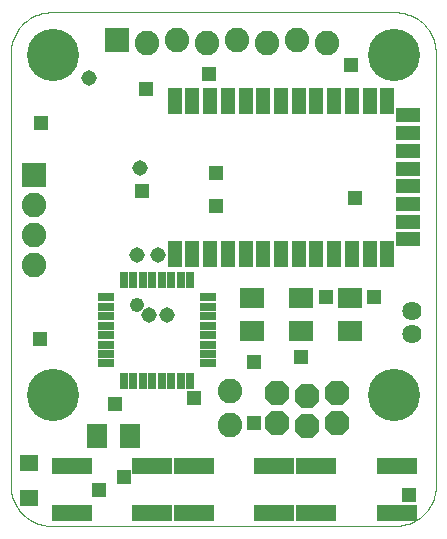
<source format=gts>
G75*
G70*
%OFA0B0*%
%FSLAX24Y24*%
%IPPOS*%
%LPD*%
%AMOC8*
5,1,8,0,0,1.08239X$1,22.5*
%
%ADD10C,0.0010*%
%ADD11R,0.0474X0.0867*%
%ADD12R,0.0789X0.0474*%
%ADD13R,0.0710X0.0789*%
%ADD14R,0.0631X0.0552*%
%ADD15R,0.0580X0.0300*%
%ADD16R,0.0300X0.0580*%
%ADD17R,0.0820X0.0820*%
%ADD18C,0.0820*%
%ADD19R,0.0789X0.0710*%
%ADD20R,0.1340X0.0552*%
%ADD21C,0.0640*%
%ADD22OC8,0.0820*%
%ADD23R,0.0476X0.0476*%
%ADD24C,0.0516*%
%ADD25C,0.0476*%
%ADD26C,0.1740*%
D10*
X002398Y002257D02*
X002398Y016647D01*
X002398Y016637D02*
X002397Y016710D01*
X002400Y016782D01*
X002406Y016854D01*
X002416Y016926D01*
X002430Y016997D01*
X002448Y017067D01*
X002470Y017136D01*
X002495Y017204D01*
X002524Y017270D01*
X002556Y017335D01*
X002592Y017398D01*
X002632Y017459D01*
X002674Y017517D01*
X002719Y017574D01*
X002768Y017628D01*
X002819Y017679D01*
X002873Y017727D01*
X002930Y017772D01*
X002988Y017815D01*
X003049Y017854D01*
X003112Y017889D01*
X003177Y017922D01*
X003244Y017950D01*
X003312Y017975D01*
X003381Y017997D01*
X003451Y018015D01*
X003522Y018028D01*
X003594Y018038D01*
X003666Y018045D01*
X003738Y018047D01*
X015158Y018047D01*
X015152Y018046D02*
X015225Y018047D01*
X015297Y018044D01*
X015369Y018038D01*
X015441Y018028D01*
X015512Y018014D01*
X015582Y017996D01*
X015651Y017974D01*
X015719Y017949D01*
X015785Y017920D01*
X015850Y017888D01*
X015913Y017852D01*
X015974Y017812D01*
X016032Y017770D01*
X016089Y017725D01*
X016143Y017676D01*
X016194Y017625D01*
X016242Y017571D01*
X016287Y017514D01*
X016330Y017456D01*
X016369Y017395D01*
X016404Y017332D01*
X016437Y017267D01*
X016465Y017200D01*
X016490Y017132D01*
X016512Y017063D01*
X016530Y016993D01*
X016543Y016922D01*
X016553Y016850D01*
X016560Y016778D01*
X016562Y016706D01*
X016568Y016697D02*
X016568Y002337D01*
X016569Y002264D01*
X016566Y002192D01*
X016560Y002120D01*
X016550Y002048D01*
X016536Y001977D01*
X016518Y001907D01*
X016496Y001838D01*
X016471Y001770D01*
X016442Y001704D01*
X016410Y001639D01*
X016374Y001576D01*
X016334Y001515D01*
X016292Y001457D01*
X016247Y001400D01*
X016198Y001346D01*
X016147Y001295D01*
X016093Y001247D01*
X016036Y001202D01*
X015978Y001159D01*
X015917Y001120D01*
X015854Y001085D01*
X015789Y001052D01*
X015722Y001024D01*
X015654Y000999D01*
X015585Y000977D01*
X015515Y000959D01*
X015444Y000946D01*
X015372Y000936D01*
X015300Y000929D01*
X015228Y000927D01*
X003808Y000927D01*
X003808Y000928D02*
X003735Y000926D01*
X003663Y000928D01*
X003592Y000934D01*
X003520Y000944D01*
X003449Y000958D01*
X003379Y000976D01*
X003310Y000997D01*
X003243Y001022D01*
X003176Y001050D01*
X003112Y001083D01*
X003049Y001118D01*
X002988Y001157D01*
X002930Y001199D01*
X002873Y001244D01*
X002819Y001292D01*
X002768Y001343D01*
X002720Y001397D01*
X002675Y001453D01*
X002632Y001511D01*
X002593Y001572D01*
X002557Y001634D01*
X002525Y001699D01*
X002496Y001765D01*
X002471Y001832D01*
X002449Y001901D01*
X002431Y001971D01*
X002417Y002042D01*
X002407Y002113D01*
X002401Y002185D01*
X002398Y002257D01*
D11*
X007859Y009985D03*
X008449Y009985D03*
X009040Y009985D03*
X009630Y009985D03*
X010221Y009985D03*
X010811Y009985D03*
X011402Y009985D03*
X011992Y009985D03*
X012583Y009985D03*
X013174Y009985D03*
X013764Y009985D03*
X014355Y009985D03*
X014945Y009985D03*
X014945Y015103D03*
X014355Y015103D03*
X013764Y015103D03*
X013174Y015103D03*
X012583Y015103D03*
X011992Y015103D03*
X011402Y015103D03*
X010811Y015103D03*
X010221Y015103D03*
X009630Y015103D03*
X009040Y015103D03*
X008449Y015103D03*
X007859Y015103D03*
D12*
X015634Y014611D03*
X015634Y014021D03*
X015634Y013430D03*
X015634Y012839D03*
X015634Y012249D03*
X015634Y011658D03*
X015634Y011068D03*
X015634Y010477D03*
D13*
X006376Y003919D03*
X005274Y003919D03*
D14*
X002995Y003029D03*
X002995Y001848D03*
D15*
X005582Y006343D03*
X005582Y006658D03*
X005582Y006973D03*
X005582Y007288D03*
X005582Y007603D03*
X005582Y007918D03*
X005582Y008233D03*
X005582Y008548D03*
X008962Y008548D03*
X008962Y008233D03*
X008962Y007918D03*
X008962Y007603D03*
X008962Y007288D03*
X008962Y006973D03*
X008962Y006658D03*
X008962Y006343D03*
D16*
X008374Y005756D03*
X008059Y005756D03*
X007744Y005756D03*
X007429Y005756D03*
X007115Y005756D03*
X006800Y005756D03*
X006485Y005756D03*
X006170Y005756D03*
X006170Y009136D03*
X006485Y009136D03*
X006800Y009136D03*
X007115Y009136D03*
X007429Y009136D03*
X007744Y009136D03*
X008059Y009136D03*
X008374Y009136D03*
D17*
X003158Y012627D03*
X005952Y017137D03*
D18*
X006952Y017037D03*
X007952Y017137D03*
X008952Y017037D03*
X009952Y017137D03*
X010952Y017037D03*
X011952Y017137D03*
X012952Y017037D03*
X003158Y011627D03*
X003158Y010627D03*
X003158Y009627D03*
X009718Y005417D03*
X009718Y004277D03*
D19*
X010453Y007414D03*
X010453Y008516D03*
X012078Y008538D03*
X012078Y007436D03*
X013707Y007430D03*
X013707Y008532D03*
D20*
X012578Y002933D03*
X011181Y002932D03*
X011181Y001357D03*
X012578Y001358D03*
X015255Y001358D03*
X015255Y002933D03*
X008504Y002932D03*
X007107Y002934D03*
X007107Y001360D03*
X008504Y001357D03*
X004429Y001360D03*
X004429Y002934D03*
D21*
X015778Y007313D03*
X015778Y008101D03*
D22*
X013278Y005347D03*
X013278Y004347D03*
X012278Y004247D03*
X011278Y004347D03*
X011278Y005347D03*
X012278Y005247D03*
D23*
X012058Y006567D03*
X010498Y006387D03*
X008518Y005187D03*
X010498Y004347D03*
X006178Y002547D03*
X005338Y002127D03*
X005878Y005007D03*
X003358Y007167D03*
X006778Y012087D03*
X009238Y011607D03*
X009238Y012687D03*
X006898Y015507D03*
X008998Y015987D03*
X013738Y016287D03*
X013858Y011847D03*
X014518Y008547D03*
X012898Y008547D03*
X015658Y001947D03*
X003418Y014367D03*
D24*
X004998Y015867D03*
X006698Y012847D03*
X006598Y009967D03*
X007298Y009967D03*
X007598Y007967D03*
X006998Y007967D03*
D25*
X006598Y008307D03*
D26*
X003815Y005284D03*
X015154Y005284D03*
X015154Y016623D03*
X003815Y016623D03*
M02*

</source>
